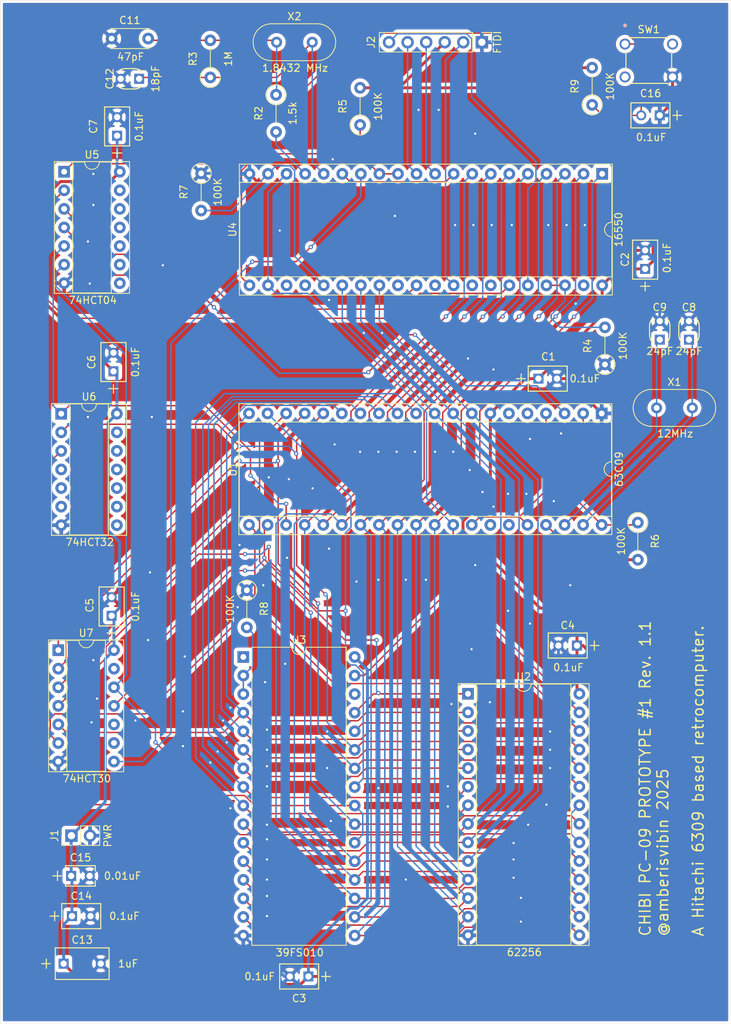
<source format=kicad_pcb>
(kicad_pcb (version 20241229) (generator "pcbnew") (generator_version "9.0")
  (layers (0 "F.Cu" signal) (2 "B.Cu" signal) (5 "F.SilkS" user "F.Silkscreen") (7 "B.SilkS" user "B.Silkscreen") (1 "F.Mask" user) (3 "B.Mask" user) (25 "Edge.Cuts" user))
  (net 0 "")
  (net 1 "+5V")
  (net 2 "GND")
  (net 3 "Net-(U1-XTAL)")
  (net 4 "Net-(U1-EXTAL)")
  (net 5 "Net-(C11-Pad1)")
  (net 7 "/RX")
  (net 8 "/RTS")
  (net 9 "/TX")
  (net 10 "/CTS")
  (net 11 "/D7")
  (net 13 "/A1")
  (net 14 "/D4")
  (net 15 "/D0")
  (net 16 "/D3")
  (net 17 "/A12")
  (net 18 "/A5")
  (net 19 "/A3")
  (net 20 "/A15")
  (net 21 "/A6")
  (net 23 "/D5")
  (net 24 "/D2")
  (net 25 "/A11")
  (net 26 "/A2")
  (net 27 "/R{slash}!W")
  (net 28 "/A7")
  (net 30 "/!RESET")
  (net 31 "/A10")
  (net 32 "/A14")
  (net 33 "/D1")
  (net 34 "/A0")
  (net 35 "/D6")
  (net 36 "/A9")
  (net 37 "/A4")
  (net 38 "/A13")
  (net 40 "Net-(U2-~{CS})")
  (net 41 "/!A15")
  (net 43 "Net-(U4-RCLK)")
  (net 44 "Net-(U4-XOUT)")
  (net 46 "Net-(U4-XIN)")
  (net 47 "Net-(U4-INTR)")
  (net 52 "Net-(U4-~{CS2})")
  (net 53 "Net-(U4-MR)")
  (net 70 "/A8")
  (net 71 "Net-(U4-~{DCD})")
  (net 72 "Net-(U4-CS0)")
  (net 73 "Net-(U1-MRDY)")
  (net 74 "Net-(U4-WR)")
  (net 75 "Net-(U3-A15)")
  (net 78 "Net-(U1-~{IRQ})")
  (footprint "Capacitor_THT:C_Disc_D5.0mm_W2.5mm_P5.00mm" (layer "F.Cu") (at 46.5 19.5 180)
    (property "Reference" "C11")
    (property "Value" "47pF")
  )
  (footprint "Package_DIP:DIP-14_W7.62mm_Socket" (layer "F.Cu") (at 34.6 70.8)
    (property "Reference" "U6")
    (property "Value" "74HCT32")
  )
  (footprint "Custom:CAP_C320C_MR_X7R_KEM" (layer "F.Cu") (at 36.0729 139.5)
    (property "Reference" "C14")
    (property "Value" "0.1uF")
  )
  (footprint "Custom:SW_B3F-1000_OMR" (layer "F.Cu") (at 111.749998 20.249999)
    (property "Reference" "SW1")
    (property "Value" "B3F-1000")
  )
  (footprint "Resistor_THT:R_Axial_DIN0207_L6.3mm_D2.5mm_P5.08mm_Vertical" (layer "F.Cu") (at 55 24.815 90)
    (property "Reference" "R3")
    (property "Value" "1M")
  )
  (footprint "Crystal:Crystal_HC49-U_Vertical" (layer "F.Cu") (at 120.95 70 180)
    (property "Reference" "X1")
    (property "Value" "12MHz")
  )
  (footprint "Custom:CAP_C320C_MR_X7R_KEM" (layer "F.Cu") (at 41.75 65 90)
    (property "Reference" "C6")
    (property "Value" "0.1uF")
  )
  (footprint "Resistor_THT:R_Axial_DIN0207_L6.3mm_D2.5mm_P5.08mm_Vertical" (layer "F.Cu") (at 107.25 28.565 90)
    (property "Reference" "R9")
    (property "Value" "100K")
  )
  (footprint "Custom:CAP_C317_KEM" (layer "F.Cu") (at 120.5 59.4 90)
    (property "Reference" "C8")
    (property "Value" "24pF")
  )
  (footprint "Crystal:Crystal_HC49-U_Vertical" (layer "F.Cu") (at 68.95 20 180)
    (property "Reference" "X2")
    (property "Value" "1.8432 MHz")
  )
  (footprint "Package_DIP:DIP-32_W15.24mm" (layer "F.Cu") (at 59.52 104.06)
    (property "Reference" "U3")
    (property "Value" "39FS010")
  )
  (footprint "Connector_PinHeader_2.54mm:PinHeader_1x06_P2.54mm_Vertical" (layer "F.Cu") (at 92.16 20 -90)
    (property "Reference" "J2")
    (property "Value" "FTDI")
  )
  (footprint "Package_DIP:DIP-28_W15.24mm_Socket" (layer "F.Cu") (at 90.26 109.1)
    (property "Reference" "U2")
    (property "Value" "62256")
  )
  (footprint "Custom:CAP_C320C_MR_X7R_KEM" (layer "F.Cu") (at 68.4271 147.75 180)
    (property "Reference" "C3")
    (property "Value" "0.1uF")
  )
  (footprint "Package_DIP:DIP-14_W7.62mm_Socket" (layer "F.Cu") (at 35 37.71)
    (property "Reference" "U5")
    (property "Value" "74HCT04")
  )
  (footprint "Custom:CAP_C315C_MR_X7R_KEM" (layer "F.Cu") (at 35.96 134)
    (property "Reference" "C15")
    (property "Value" "0.01uF")
  )
  (footprint "Package_DIP:DIP-40_W15.24mm_Socket" (layer "F.Cu") (at 108.56 70.76 -90)
    (property "Reference" "U1")
    (property "Value" "63C09")
  )
  (footprint "Resistor_THT:R_Axial_DIN0207_L6.3mm_D2.5mm_P5.08mm_Vertical" (layer "F.Cu") (at 64 27.185 -90)
    (property "Reference" "R2")
    (property "Value" "1.5k")
  )
  (footprint "Resistor_THT:R_Axial_DIN0207_L6.3mm_D2.5mm_P5.08mm_Vertical" (layer "F.Cu") (at 109 64.065 90)
    (property "Reference" "R4")
    (property "Value" "100K")
  )
  (footprint "Custom:CAP_C320C_MR_X7R_KEM" (layer "F.Cu") (at 42.25 32.782 90)
    (property "Reference" "C7")
    (property "Value" "0.1uF")
  )
  (footprint "Custom:CAP_C320C_MR_X7R_KEM" (layer "F.Cu") (at 114.5 51 90)
    (property "Reference" "C2")
    (property "Value" "0.1uF")
  )
  (footprint "Resistor_THT:R_Axial_DIN0207_L6.3mm_D2.5mm_P5.08mm_Vertical" (layer "F.Cu") (at 60 94.935 -90)
    (property "Reference" "R8")
    (property "Value" "100K")
  )
  (footprint "Resistor_THT:R_Axial_DIN0207_L6.3mm_D2.5mm_P5.08mm_Vertical" (layer "F.Cu") (at 53.75 37.935 -90)
    (property "Reference" "R7")
    (property "Value" "100K")
  )
  (footprint "Custom:CAP_C317_KEM" (layer "F.Cu") (at 116.5 59.4 90)
    (property "Reference" "C9")
    (property "Value" "24pF")
  )
  (footprint "Custom:CAP_C330C_MR_X7R_KEM" (layer "F.Cu") (at 34.9299 146)
    (property "Reference" "C13")
    (property "Value" "1uF")
  )
  (footprint "Custom:CAP_C320C_MR_X7R_KEM" (layer "F.Cu") (at 41.5 98.4271 90)
    (property "Reference" "C5")
    (property "Value" "0.1uF")
  )
  (footprint "Custom:CAP_C317_KEM" (layer "F.Cu") (at 44 25 180)
    (property "Reference" "C12")
    (property "Value" "18pF")
  )
  (footprint "Connector_PinHeader_2.54mm:PinHeader_1x02_P2.54mm_Vertical" (layer "F.Cu") (at 36 128.5 90)
    (property "Reference" "J1")
    (property "Value" "PWR")
  )
  (footprint "Package_DIP:DIP-14_W7.62mm_Socket" (layer "F.Cu") (at 34.2 103.125)
    (property "Reference" "U7")
    (property "Value" "74HCT30")
  )
  (footprint "Custom:CAP_C320C_MR_X7R_KEM" (layer "F.Cu") (at 116.5 30 180)
    (property "Reference" "C16")
    (property "Value" "0.1uF")
  )
  (footprint "Custom:CAP_C320C_MR_X7R_KEM" (layer "F.Cu") (at 105.1771 102.5 180)
    (property "Reference" "C4")
    (property "Value" "0.1uF")
  )
  (footprint "Custom:CAP_C320C_MR_X7R_KEM" (layer "F.Cu") (at 99.9 66)
    (property "Reference" "C1")
    (property "Value" "0.1uF")
  )
  (footprint "Package_DIP:DIP-40_W15.24mm_Socket" (layer "F.Cu") (at 108.62 38 -90)
    (property "Reference" "U4")
    (property "Value" "16550")
  )
  (footprint "Resistor_THT:R_Axial_DIN0207_L6.3mm_D2.5mm_P5.08mm_Vertical" (layer "F.Cu") (at 75.5 31.315 90)
    (property "Reference" "R5")
    (property "Value" "100K")
  )
  (footprint "Resistor_THT:R_Axial_DIN0207_L6.3mm_D2.5mm_P5.08mm_Vertical" (layer "F.Cu") (at 113.5 85.685 -90)
    (property "Reference" "R6")
    (property "Value" "100K")
  )
  (gr_rect (start 26.25 14.25) (end 126.25 154.25) (stroke (width 0.05)) (fill no) (layer "Edge.Cuts"))
  (gr_text "74HCT30" (at 38.1029 120.695 0) (layer "F.SilkS") (effects (font (size 1 1))))
  (gr_text "74HCT04" (at 38.9029 55.28 0) (layer "F.SilkS") (effects (font (size 1 1))))
  (gr_text "100K" (at 109.7129 26.025 90) (layer "F.SilkS") (effects (font (size 1 1))))
  (gr_text "0.1uF" (at 61.75 147.75 0) (layer "F.SilkS") (effects (font (size 1 1))))
  (gr_text "100K" (at 56.0271 40.475 90) (layer "F.SilkS") (effects (font (size 1 1))))
  (gr_text "47pF" (at 44.0929 22 0) (layer "F.SilkS") (effects (font (size 1 1))))
  (gr_text "100K" (at 57.7229 97.475 90) (layer "F.SilkS") (effects (font (size 1 1))))
  (gr_text "0.1uF" (at 44.75 97.1571 90) (layer "F.SilkS") (effects (font (size 1 1))))
  (gr_text "PWR" (at 40.9629 128.5 90) (layer "F.SilkS") (effects (font (size 1 1))))
  (gr_text "0.1uF" (at 104 105.5 0) (layer "F.SilkS") (effects (font (size 1 1))))
  (gr_text "24pF" (at 120.5 62.25 0) (layer "F.SilkS") (effects (font (size 1 1))))
  (gr_text "0.1uF" (at 43.25 139.5 0) (layer "F.SilkS") (effects (font (size 1 1))))
  (gr_text "12MHz" (at 118.6029 73.525 0) (layer "F.SilkS") (effects (font (size 1 1))))
  (gr_text "24pF" (at 116.5 62.25 0) (layer "F.SilkS") (effects (font (size 1 1))))
  (gr_text "16550" (at 110.8771 45.62 90) (layer "F.SilkS") (effects (font (size 1 1))))
  (gr_text "100K" (at 111.2229 88.225 90) (layer "F.SilkS") (effects (font (size 1 1))))
  (gr_text "0.1uF" (at 44.75 63.73 90) (layer "F.SilkS") (effects (font (size 1 1))))
  (gr_text "0.1uF" (at 106.25 66 0) (layer "F.SilkS") (effects (font (size 1 1))))
  (gr_text "62256" (at 97.9729 144.45 0) (layer "F.SilkS") (effects (font (size 1 1))))
  (gr_text "100K" (at 77.9629 28.775 90) (layer "F.SilkS") (effects (font (size 1 1))))
  (gr_text "0.1uF" (at 117.5 49.5 90) (layer "F.SilkS") (effects (font (size 1 1))))
  (gr_text "18pF" (at 47.5 25 90) (layer "F.SilkS") (effects (font (size 1 1))))
  (gr_text "0.1uF" (at 45.25 31.5 90) (layer "F.SilkS") (effects (font (size 1 1))))
  (gr_text "1uF" (at 43.75 146 0) (layer "F.SilkS") (effects (font (size 1 1))))
  (gr_text "74HCT32" (at 38.5029 88.37 0) (layer "F.SilkS") (effects (font (size 1 1))))
  (gr_text "1.8432 MHz" (at 66.6029 23.525 0) (layer "F.SilkS") (effects (font (size 1 1))))
  (gr_text "1M" (at 57.4629 22.275 90) (layer "F.SilkS") (effects (font (size 1 1))))
  (gr_text "0.1uF" (at 115.3229 33 0) (layer "F.SilkS") (effects (font (size 1 1))))
  (gr_text "100K" (at 111.4629 61.525 90) (layer "F.SilkS") (effects (font (size 1 1))))
  (gr_text "39FS010" (at 67.2329 144.49 0) (layer "F.SilkS") (effects (font (size 1 1))))
  (gr_text "0.01uF" (at 43 134 0) (layer "F.SilkS") (effects (font (size 1 1))))
  (gr_text "FTDI" (at 94.2771 20 90) (layer "F.SilkS") (effects (font (size 1 1))))
  (gr_text "1.5k" (at 66.2771 29.725 90) (layer "F.SilkS") (effects (font (size 1 1))))
  (gr_text "63C09" (at 110.9371 78.38 90) (layer "F.SilkS") (effects (font (size 1 1))))
  (gr_text_box "CHIBI PC-09 PROTOTYPE #1 Rev. 1.1\n@amberisvibin 2025\n\nA Hitachi 6309 based retrocomputer." (start 112.5 94.4968) (end 124.5 143.51) (margins 1.125 1.125 1.125 1.125) (angle 90) (layer "F.SilkS") (effects (font (size 1.5 1.5) (thickness 0.2)) (justify left top)) (border no))
  (segment (start 111.8079 90.765) (end 105.1771 97.3958) (width 0.4) (layer "F.Cu") (net 1))
  (segment (start 106 147.75) (end 108.75 145) (width 0.4) (layer "F.Cu") (net 1))
  (segment (start 108.75 105.25) (end 106 102.5) (width 0.4) (layer "F.Cu") (net 1))
  (segment (start 115.5858 49.9142) (end 115.5858 40.3358) (width 0.4) (layer "F.Cu") (net 1))
  (segment (start 34.9299 146) (end 37.7657 148.8358) (width 0.4) (layer "F.Cu") (net 1))
  (segment (start 114.5 51) (end 115.5858 49.9142) (width 0.4) (layer "F.Cu") (net 1))
  (segment (start 101.5 26.25) (end 101.485 26.235) (width 0.4) (layer "F.Cu") (net 1))
  (segment (start 105.1771 102.5) (end 105.1771 108.7771) (width 0.4) (layer "F.Cu") (net 1))
  (segment (start 75.5 26.235) (end 80.845 26.235) (width 0.4) (layer "F.Cu") (net 1))
  (segment (start 30.573 42.979943) (end 34.502943 39.05) (width 0.4) (layer "F.Cu") (net 1))
  (segment (start 34.502943 39.05) (end 41.28 39.05) (width 0.4) (layer "F.Cu") (net 1))
  (segment (start 89.58 86.83) (end 100.1458 97.3958) (width 0.4) (layer "F.Cu") (net 1))
  (segment (start 68.4271 147.75) (end 106 147.75) (width 0.4) (layer "F.Cu") (net 1))
  (segment (start 108.75 145) (end 108.75 105.25) (width 0.4) (layer "F.Cu") (net 1))
  (segment (start 41.75 65) (end 30.573 53.823) (width 0.4) (layer "F.Cu") (net 1))
  (segment (start 114.5 51) (end 110.86 51) (width 0.4) (layer "F.Cu") (net 1))
  (segment (start 30.573 53.823) (end 30.573 42.979943) (width 0.4) (layer "F.Cu") (net 1))
  (segment (start 101.485 26.235) (end 80.845 26.235) (width 0.4) (layer "F.Cu") (net 1))
  (segment (start 98.08 66) (end 93.32 70.76) (width 0.4) (layer "F.Cu") (net 1))
  (segment (start 104.265 23.485) (end 101.5 26.25) (width 0.4) (layer "F.Cu") (net 1))
  (segment (start 105.1771 97.3958) (end 105.1771 102.5) (width 0.4) (layer "F.Cu") (net 1))
  (segment (start 93.32 81.762943) (end 89.58 85.502943) (width 0.4) (layer "F.Cu") (net 1))
  (segment (start 100.1458 97.3958) (end 105.1771 97.3958) (width 0.4) (layer "F.Cu") (net 1))
  (segment (start 89.58 85.502943) (end 89.58 86.83) (width 0.4) (layer "F.Cu") (net 1))
  (segment (start 110.86 51) (end 108.62 53.24) (width 0.4) (layer "F.Cu") (net 1))
  (segment (start 108.62 53.24) (end 108.62 57.28) (width 0.4) (layer "F.Cu") (net 1))
  (segment (start 105.1771 108.7771) (end 105.5 109.1) (width 0.4) (layer "F.Cu") (net 1))
  (segment (start 99.9 66) (end 98.08 66) (width 0.4) (layer "F.Cu") (net 1))
  (segment (start 37.7657 148.8358) (end 67.3413 148.8358) (width 0.4) (layer "F.Cu") (net 1))
  (segment (start 107.25 23.485) (end 104.265 23.485) (width 0.4) (layer "F.Cu") (net 1))
  (segment (start 41.28 39.05) (end 42.62 37.71) (width 0.4) (layer "F.Cu") (net 1))
  (segment (start 108.62 57.28) (end 99.9 66) (width 0.4) (layer "F.Cu") (net 1))
  (segment (start 67.3413 148.8358) (end 68.4271 147.75) (width 0.4) (layer "F.Cu") (net 1))
  (segment (start 80.845 26.235) (end 87.08 20) (width 0.4) (layer "F.Cu") (net 1))
  (segment (start 113.5 90.765) (end 111.8079 90.765) (width 0.4) (layer "F.Cu") (net 1))
  (segment (start 93.32 70.76) (end 93.32 81.762943) (width 0.4) (layer "F.Cu") (net 1))
  (segment (start 106 102.5) (end 105.1771 102.5) (width 0.4) (layer "F.Cu") (net 1))
  (segment (start 115.5858 40.3358) (end 101.5 26.25) (width 0.4) (layer "F.Cu") (net 1))
  (segment (start 76.5 105.75) (end 76.5 137.037057) (width 0.4) (layer "B.Cu") (net 1))
  (segment (start 41.82 103.125) (end 40.62 104.325) (width 0.4) (layer "B.Cu") (net 1))
  (segment (start 34.9299 146) (end 34.9299 140.643) (width 0.4) (layer "B.Cu") (net 1))
  (segment (start 42.5858 88.3358) (end 41.02 86.77) (width 0.4) (layer "B.Cu") (net 1))
  (segment (start 76.25 105.55) (end 76.3 105.55) (width 0.4) (layer "B.Cu") (net 1))
  (segment (start 42.22 70.8) (end 42.22 65.47) (width 0.4) (layer "B.Cu") (net 1))
  (segment (start 35.96 134) (end 35.96 128.54) (width 0.4) (layer "B.Cu") (net 1))
  (segment (start 36.0729 134.1129) (end 35.96 134) (width 0.4) (layer "B.Cu") (net 1))
  (segment (start 41.5 98.4271) (end 42.5858 97.3413) (width 0.4) (layer "B.Cu") (net 1))
  (segment (start 74.76 104.06) (end 76.25 105.55) (width 0.4) (layer "B.Cu") (net 1))
  (segment (start 74.08 138.42) (end 68.4271 144.0729) (width 0.4) (layer "B.Cu") (net 1))
  (segment (start 40.62 104.325) (end 40.62 123.88) (width 0.4) (layer "B.Cu") (net 1))
  (segment (start 41.82 103.125) (end 41.82 98.7471) (width 0.4) (layer "B.Cu") (net 1))
  (segment (start 42.5858 97.3413) (end 42.5858 88.3358) (width 0.4) (layer "B.Cu") (net 1))
  (segment (start 40.62 123.88) (end 36 128.5) (width 0.4) (layer "B.Cu") (net 1))
  (segment (start 34.9299 140.643) (end 36.0729 139.5) (width 0.4) (layer "B.Cu") (net 1))
  (segment (start 42.22 65.47) (end 41.75 65) (width 0.4) (layer "B.Cu") (net 1))
  (segment (start 42.25 32.782) (end 42.25 37.34) (width 0.4) (layer "B.Cu") (net 1))
  (segment (start 41.02 72) (end 42.22 70.8) (width 0.4) (layer "B.Cu") (net 1))
  (segment (start 41.82 98.7471) (end 41.5 98.4271) (width 0.4) (layer "B.Cu") (net 1))
  (segment (start 76.3 105.55) (end 76.5 105.75) (width 0.4) (layer "B.Cu") (net 1))
  (segment (start 68.4271 144.0729) (end 68.4271 147.75) (width 0.4) (layer "B.Cu") (net 1))
  (segment (start 36.0729 139.5) (end 36.0729 134.1129) (width 0.4) (layer "B.Cu") (net 1))
  (segment (start 42.25 37.34) (end 42.62 37.71) (width 0.2) (layer "B.Cu") (net 1))
  (segment (start 75.117057 138.42) (end 74.08 138.42) (width 0.4) (layer "B.Cu") (net 1))
  (segment (start 41.02 86.77) (end 41.02 72) (width 0.4) (layer "B.Cu") (net 1))
  (segment (start 35.96 128.54) (end 36 128.5) (width 0.4) (layer "B.Cu") (net 1))
  (segment (start 76.5 137.037057) (end 75.117057 138.42) (width 0.4) (layer "B.Cu") (net 1))
  (segment (start 118.25 28.25) (end 116.5 30) (width 0.4) (layer "F.Cu") (net 2))
  (segment (start 118.25 24.75) (end 118.25 28.25) (width 0.4) (layer "F.Cu") (net 2))
  (segment (start 103.8 66) (end 108.56 70.76) (width 0.4) (layer "F.Cu") (net 2))
  (segment (start 114.5 48.46) (end 70.82 48.46) (width 0.4) (layer "F.Cu") (net 2))
  (segment (start 70.82 48.46) (end 60.36 38) (width 0.4) (layer "F.Cu") (net 2))
  (segment (start 102.44 66) (end 103.8 66) (width 0.4) (layer "F.Cu") (net 2))
  (via (at 88.5 45) (size 0.6) (drill 0.3) (layers "F.Cu" "B.Cu") (net 2))
  (via (at 78 93.5) (size 0.6) (drill 0.3) (layers "F.Cu" "B.Cu") (net 2))
  (via (at 103.75 45) (size 0.6) (drill 0.3) (layers "F.Cu" "B.Cu") (net 2))
  (via (at 51.25 111.5) (size 0.6) (drill 0.3) (layers "F.Cu" "B.Cu") (net 2))
  (via (at 106.25 45) (size 0.6) (drill 0.3) (layers "F.Cu" "B.Cu") (net 2))
  (via (at 78 76) (size 0.6) (drill 0.3) (layers "F.Cu" "B.Cu") (net 2))
  (via (at 69 81) (size 0.6) (drill 0.3) (layers "F.Cu" "B.Cu") (net 2))
  (via (at 105 55.75) (size 0.6) (drill 0.3) (layers "F.Cu" "B.Cu") (net 2))
  (via (at 56 117) (size 0.6) (drill 0.3) (layers "F.Cu" "B.Cu") (net 2))
  (via (at 71.25 89.25) (size 0.6) (drill 0.3) (layers "F.Cu" "B.Cu") (net 2))
  (via (at 102 82.75) (size 0.6) (drill 0.3) (layers "F.Cu" "B.Cu") (net 2))
  (via (at 97.5 137) (size 0.6) (drill 0.3) (layers "F.Cu" "B.Cu") (net 2))
  (via (at 38.75 113) (size 0.6) (drill 0.3) (layers "F.Cu" "B.Cu") (net 2))
  (via (at 96.5 129.5) (size 0.6) (drill 0.3) (layers "F.Cu" "B.Cu") (net 2))
  (via (at 75.5 76) (size 0.6) (drill 0.3) (layers "F.Cu" "B.Cu") (net 2))
  (via (at 92.25 81.5) (size 0.6) (drill 0.3) (layers "F.Cu" "B.Cu") (net 2))
  (via (at 76 59.75) (size 0.6) (drill 0.3) (layers "F.Cu" "B.Cu") (net 2))
  (via (at 65.75 79.75) (size 0.6) (drill 0.3) (layers "F.Cu" "B.Cu") (net 2))
  (via (at 62.75 127) (size 0.6) (drill 0.3) (layers "F.Cu" "B.Cu") (net 2))
  (via (at 91 45) (size 0.6) (drill 0.3) (layers "F.Cu" "B.Cu") (net 2))
  (via (at 55 118.5) (size 0.6) (drill 0.3) (layers "F.Cu" "B.Cu") (net 2))
  (via (at 96.5 134.25) (size 0.6) (drill 0.3) (layers "F.Cu" "B.Cu") (net 2))
  (via (at 87.5 124.5) (size 0.6) (drill 0.3) (layers "F.Cu" "B.Cu") (net 2))
  (via (at 58.75 97.25) (size 0.6) (drill 0.3) (layers "F.Cu" "B.Cu") (net 2))
  (via (at 101.5 114.25) (size 0.6) (drill 0.3) (layers "F.Cu" "B.Cu") (net 2))
  (via (at 62.75 114) (size 0.6) (drill 0.3) (layers "F.Cu" "B.Cu") (net 2))
  (via (at 75 93.75) (size 0.6) (drill 0.3) (layers "F.Cu" "B.Cu") (net 2))
  (via (at 78.5 59.75) (size 0.6) (drill 0.3) (layers "F.Cu" "B.Cu") (net 2))
  (via (at 98.75 74.25) (size 0.6) (drill 0.3) (layers "F.Cu" "B.Cu") (net 2))
  (via (at 72 75) (size 0.6) (drill 0.3) (layers "F.Cu" "B.Cu") (net 2))
  (via (at 39 42.25) (size 0.6) (drill 0.3) (layers "F.Cu" "B.Cu") (net 2))
  (via (at 91.25 32.5) (size 0.6) (drill 0.3) (layers "F.Cu" "B.Cu") (net 2))
  (via (at 83.5 29.25) (size 0.6) (drill 0.3) (layers "F.Cu" "B.Cu") (net 2))
  (via (at 80.25 43.75) (size 0.6) (drill 0.3) (layers "F.Cu" "B.Cu") (net 2))
  (via (at 101.5 116.75) (size 0.6) (drill 0.3) (layers "F.Cu" "B.Cu") (net 2))
  (via (at 62.75 121.75) (size 0.6) (drill 0.3) (layers "F.Cu" "B.Cu") (net 2))
  (via (at 62.75 136.75) (size 0.6) (drill 0.3) (layers "F.Cu" "B.Cu") (net 2))
  (via (at 103 73.5) (size 0.6) (drill 0.3) (layers "F.Cu" "B.Cu") (net 2))
  (via (at 97.5 140.25) (size 0.6) (drill 0.3) (layers "F.Cu" "B.Cu") (net 2))
  (via (at 38.25 71.25) (size 0.6) (drill 0.3) (layers "F.Cu" "B.Cu") (net 2))
  (via (at 71 129.5) (size 0.6) (drill 0.3) (layers "F.Cu" "B.Cu") (net 2))
  (via (at 101.5 119.25) (size 0.6) (drill 0.3) (layers "F.Cu" "B.Cu") (net 2))
  (via (at 62.75 129) (size 0.6) (drill 0.3) (layers "F.Cu" "B.Cu") (net 2))
  (via (at 71.75 36) (size 0.6) (drill 0.3) (layers "F.Cu" "B.Cu") (net 2))
  (via (at 96.5 131.75) (size 0.6) (drill 0.3) (layers "F.Cu" "B.Cu") (net 2))
  (via (at 87.5 121.75) (size 0.6) (drill 0.3) (layers "F.Cu" "B.Cu") (net 2))
  (via (at 88 110.5) (size 0.6) (drill 0.3) (layers "F.Cu" "B.Cu") (net 2))
  (via (at 39 104.5) (size 0.6) (drill 0.3) (layers "F.Cu" "B.Cu") (net 2))
  (via (at 85.75 76) (size 0.6) (drill 0.3) (layers "F.Cu" "B.Cu") (net 2))
  (via (at 57.75 124.75) (size 0.6) (drill 0.3) (layers "F.Cu" "B.Cu") (net 2))
  (via (at 83 76) (size 0.6) (drill 0.3) (layers "F.Cu" "B.Cu") (net 2))
  (via (at 71.5 126.5) (size 0.6) (drill 0.3) (layers "F.Cu" "B.Cu") (net 2))
  (via (at 90.5 78.5) (size 0.6) (drill 0.3) (layers "F.Cu" "B.Cu") (net 2))
  (via (at 65.25 105) (size 0.6) (drill 0.3) (layers "F.Cu" "B.Cu") (net 2))
  (via (at 71 114.25) (size 0.6) (drill 0.3) (layers "F.Cu" "B.Cu") (net 2))
  (via (at 95.75 97.75) (size 0.6) (drill 0.3) (layers "F.Cu" "B.Cu") (net 2))
  (via (at 93.75 83.5) (size 0.6) (drill 0.3) (layers "F.Cu" "B.Cu") (net 2))
  (via (at 86.25 29.25) (size 0.6) (drill 0.3) (layers "F.Cu" "B.Cu") (net 2))
  (via (at 101.25 45) (size 0.6) (drill 0.3) (layers "F.Cu" "B.Cu") (net 2))
  (via (at 88.25 76) (size 0.6) (drill 0.3) (layers "F.Cu" "B.Cu") (net 2))
  (via (at 84.5 93.5) (size 0.6) (drill 0.3) (layers "F.Cu" "B.Cu") (net 2))
  (via (at 91.25 91.5) (size 0.6) (drill 0.3) (layers "F.Cu" "B.Cu") (net 2))
  (via (at 62.25 94.25) (size 0.6) (drill 0.3) (layers "F.Cu" "B.Cu") (net 2))
  (via (at 93.25 110.25) (size 0.6) (drill 0.3) (layers "F.Cu" "B.Cu") (net 2))
  (via (at 62.75 134.5) (size 0.6) (drill 0.3) (layers "F.Cu" "B.Cu") (net 2))
  (via (at 63 79.5) (size 0.6) (drill 0.3) (layers "F.Cu" "B.Cu") (net 2))
  (via (at 78 122) (size 0.6) (drill 0.3) (layers "F.Cu" "B.Cu") (net 2))
  (via (at 101 124.25) (size 0.6) (drill 0.3) (layers "F.Cu" "B.Cu") (net 2))
  (via (at 81.75 93.5) (size 0.6) (drill 0.3) (layers "F.Cu" "B.Cu") (net 2))
  (via (at 38.5 53) (size 0.6) (drill 0.3) (layers "F.Cu" "B.Cu") (net 2))
  (via (at 95.75 81.75) (size 0.6) (drill 0.3) (layers "F.Cu" "B.Cu") (net 2))
  (via (at 104.25 94.25) (size 0.6) (drill 0.3) (layers "F.Cu" "B.Cu") (net 2))
  (via (at 51.25 116.25) (size 0.6) (drill 0.3) (layers "F.Cu" "B.Cu") (net 2))
  (via (at 62.5 107.5) (size 0.6) (drill 0.3) (layers "F.Cu" "B.Cu") (net 2))
  (via (at 62.75 139.5) (size 0.6) (drill 0.3) (layers "F.Cu" "B.Cu") (net 2))
  (via (at 39.5 109.75) (size 0.6) (drill 0.3) (layers "F.Cu" "B.Cu") (net 2))
  (via (at 81.75 134.5) (size 0.6) (drill 0.3) (layers "F.Cu" "B.Cu") (net 2))
  (via (at 71 119.25) (size 0.6) (drill 0.3) (layers "F.Cu" "B.Cu") (net 2))
  (via (at 51.5 104) (size 0.6) (drill 0.3) (layers "F.Cu" "B.Cu") (net 2))
  (via (at 59 88.75) (size 0.6) (drill 0.3) (layers "F.Cu" "B.Cu") (net 2))
  (via (at 57.25 115.75) (size 0.6) (drill 0.3) (layers "F.Cu" "B.Cu") (net 2))
  (via (at 93.75 64.75) (size 0.6) (drill 0.3) (layers "F.Cu" "B.Cu") (net 2))
  (via (at 46.5 101.75) (size 0.6) (drill 0.3) (layers "F.Cu" "B.Cu") (net 2))
  (via (at 98.75 99.5) (size 0.6) (drill 0.3) (layers "F.Cu" "B.Cu") (net 2))
  (via (at 38.25 47.25) (size 0.6) (drill 0.3) (layers "F.Cu" "B.Cu") (net 2))
  (via (at 46.75 92.5) (size 0.6) (drill 0.3) (layers "F.Cu" "B.Cu") (net 2))
  (via (at 98.25 81.75) (size 0.6) (drill 0.3) (layers "F.Cu" "B.Cu") (net 2))
  (via (at 62.75 116.75) (size 0.6) (drill 0.3) (layers "F.Cu" "B.Cu") (net 2))
  (via (at 39 38) (size 0.6) (drill 0.3) (layers "F.Cu" "B.Cu") (net 2))
  (via (at 80.5 76) (size 0.6) (drill 0.3) (layers "F.Cu" "B.Cu") (net 2))
  (via (at 62.75 119) (size 0.6) (drill 0.3) (layers "F.Cu" "B.Cu") (net 2))
  (via (at 96.25 45) (size 0.6) (drill 0.3) (layers "F.Cu" "B.Cu") (net 2))
  (via (at 98.5 127) (size 0.6) (drill 0.3) (layers "F.Cu" "B.Cu") (net 2))
  (via (at 90.25 63.25) (size 0.6) (drill 0.3) (layers "F.Cu" "B.Cu") (net 2))
  (via (at 57.75 111) (size 0.6) (drill 0.3) (layers "F.Cu" "B.Cu") (net 2))
  (via (at 71.25 55.25) (size 0.6) (drill 0.3) (layers "F.Cu" "B.Cu") (net 2))
  (via (at 64.5 45.75) (size 0.6) (drill 0.3) (layers "F.Cu" "B.Cu") (net 2))
  (via (at 47 71.25) (size 0.6) (drill 0.3) (layers "F.Cu" "B.Cu") (net 2))
  (via (at 93.5 45) (size 0.6) (drill 0.3) (layers "F.Cu" "B.Cu") (net 2))
  (via (at 65.5 90.5) (size 0.6) (drill 0.3) (layers "F.Cu" "B.Cu") (net 2))
  (via (at 62.75 131.75) (size 0.6) (drill 0.3) (layers "F.Cu" "B.Cu") (net 2))
  (via (at 90.75 103) (size 0.6) (drill 0.3) (layers "F.Cu" "B.Cu") (net 2))
  (via (at 56.75 112.75) (size 0.6) (drill 0.3) (layers "F.Cu" "B.Cu") (net 2))
  (via (at 48.5 50.5) (size 0.6) (drill 0.3) (layers "F.Cu" "B.Cu") (net 2))
  (via (at 44.75 112.75) (size 0.6) (drill 0.3) (layers "F.Cu" "B.Cu") (net 2))
  (segment (start 114.5 48.46) (end 116.5 50.46) (width 0.4) (layer "B.Cu") (net 2))
  (segment (start 41.5 95.8871) (end 38 99.3871) (width 0.4) (layer "B.Cu") (net 2))
  (segment (start 38.25 65.96) (end 41.75 62.46) (width 0.4) (layer "B.Cu") (net 2))
  (segment (start 90.26 142.12) (end 102.25 130.13) (width 0.4) (layer "B.Cu") (net 2))
  (segment (start 38.25 34.242) (end 42.25 30.242) (width 0.4) (layer "B.Cu") (net 2))
  (segment (start 59.52 142.16) (end 65.11 147.75) (width 0.4) (layer "B.Cu") (net 2))
  (segment (start 53.75 37.935) (end 60.295 37.935) (width 0.4) (layer "B.Cu") (net 2))
  (segment (start 38.25 49.7) (end 38.25 47.25) (width 0.4) (layer "B.Cu") (net 2))
  (segment (start 102.6371 102.5) (end 102.6371 104.8629) (width 0.4) (layer "B.Cu") (net 2))
  (segment (start 116.5 50.46) (end 116.5 58.13) (width 0.4) (layer "B.Cu") (net 2))
  (segment (start 38.25 47.25) (end 38.25 34.242) (width 0.4) (layer "B.Cu") (net 2))
  (segment (start 38 114.565) (end 34.2 118.365) (width 0.4) (layer "B.Cu") (net 2))
  (segment (start 65.11 147.75) (end 65.8871 147.75) (width 0.2) (layer "B.Cu") (net 2))
  (segment (start 60.295 37.935) (end 60.36 38) (width 0.4) (layer "B.Cu") (net 2))
  (segment (start 102.25 130.13) (end 102.25 105.25) (width 0.4) (layer "B.Cu") (net 2))
  (segment (start 38.25 71) (end 38.25 65.96) (width 0.4) (layer "B.Cu") (net 2))
  (segment (start 38.25 71.25) (end 38.25 71) (width 0.4) (layer "B.Cu") (net 2))
  (segment (start 35 52.95) (end 38.25 49.7) (width 0.4) (layer "B.Cu") (net 2))
  (segment (start 102.6371 104.8629) (end 102.25 105.25) (width 0.4) (layer "B.Cu") (net 2))
  (segment (start 38 99.3871) (end 38 114.565) (width 0.4) (layer "B.Cu") (net 2))
  (segment (start 34.6 86.04) (end 38.25 82.39) (width 0.4) (layer "B.Cu") (net 2))
  (segment (start 38.25 82.39) (end 38.25 71.25) (width 0.4) (layer "B.Cu") (net 2))
  (segment (start 106.02 86) (end 120.95 71.07) (width 0.2) (layer "B.Cu") (net 3))
  (segment (start 120.95 61.12) (end 120.5 60.67) (width 0.2) (layer "B.Cu") (net 3))
  (segment (start 120.95 70) (end 120.95 61.12) (width 0.2) (layer "B.Cu") (net 3))
  (segment (start 120.95 71.07) (end 120.95 70) (width 0.2) (layer "B.Cu") (net 3))
  (segment (start 116.07 70) (end 116.07 61.1) (width 0.2) (layer "B.Cu") (net 4))
  (segment (start 116.07 73.41) (end 103.48 86) (width 0.2) (layer "B.Cu") (net 4))
  (segment (start 116.07 61.1) (end 116.5 60.67) (width 0.2) (layer "B.Cu") (net 4))
  (segment (start 116.07 70) (end 116.07 73.41) (width 0.2) (layer "B.Cu") (net 4))
  (segment (start 46.735 19.735) (end 46.5 19.5) (width 0.2) (layer "F.Cu") (net 5))
  (segment (start 55 19.735) (end 63.805 19.735) (width 0.2) (layer "F.Cu") (net 5))
  (segment (start 63.805 19.735) (end 64.07 20) (width 0.2) (layer "F.Cu") (net 5))
  (segment (start 55 19.735) (end 46.735 19.735) (width 0.2) (layer "F.Cu") (net 5))
  (segment (start 64.07 27.115) (end 64 27.185) (width 0.2) (layer "B.Cu") (net 5))
  (segment (start 64.07 20) (end 64.07 27.115) (width 0.2) (layer "B.Cu") (net 5))
  (segment (start 82 36.78) (end 83.22 38) (width 0.2) (layer "B.Cu") (net 7))
  (segment (start 82 20) (end 82 36.78) (width 0.2) (layer "B.Cu") (net 7))
  (segment (start 90.096346 18.85) (end 90.77 19.523654) (width 0.2) (layer "B.Cu") (net 8))
  (segment (start 98.46 40.04) (end 98.46 53.24) (width 0.2) (layer "B.Cu") (net 8))
  (segment (start 99.56 38.94) (end 98.46 40.04) (width 0.2) (layer "B.Cu") (net 8))
  (segment (start 79.46 20) (end 80.61 18.85) (width 0.2) (layer "B.Cu") (net 8))
  (segment (start 90.77 27.52) (end 99.56 36.31) (width 0.2) (layer "B.Cu") (net 8))
  (segment (start 99.56 36.31) (end 99.56 38.94) (width 0.2) (layer "B.Cu") (net 8))
  (segment (start 80.61 18.85) (end 90.096346 18.85) (width 0.2) (layer "B.Cu") (net 8))
  (segment (start 90.77 19.523654) (end 90.77 27.52) (width 0.2) (layer "B.Cu") (net 8))
  (segment (start 84.54 36.78) (end 85.76 38) (width 0.2) (layer "B.Cu") (net 9))
  (segment (start 84.54 20) (end 84.54 36.78) (width 0.2) (layer "B.Cu") (net 9))
  (segment (start 88.3 53.24) (end 87.2 52.14) (width 0.2) (layer "B.Cu") (net 10))
  (segment (start 87.2 52.14) (end 87.2 22.42) (width 0.2) (layer "B.Cu") (net 10))
  (segment (start 87.2 22.42) (end 89.62 20) (width 0.2) (layer "B.Cu") (net 10))
  (segment (start 87.247182 57.497183) (end 74.25 70.494365) (width 0.2) (layer "F.Cu") (net 11))
  (segment (start 74.25 79.67) (end 67.92 86) (width 0.2) (layer "F.Cu") (net 11))
  (segment (start 75.9 130.86) (end 104.4 130.86) (width 0.2) (layer "F.Cu") (net 11))
  (segment (start 74.76 132) (end 75.9 130.86) (width 0.2) (layer "F.Cu") (net 11))
  (segment (start 87.247182 57.497182) (end 87.247182 57.497183) (width 0.2) (layer "F.Cu") (net 11))
  (segment (start 74.25 70.494365) (end 74.25 79.67) (width 0.2) (layer "F.Cu") (net 11))
  (segment (start 104.4 130.86) (end 105.5 131.96) (width 0.2) (layer "F.Cu") (net 11))
  (via (at 87.247182 57.497183) (size 0.6) (drill 0.3) (layers "F.Cu" "B.Cu") (net 11))
  (segment (start 89.74 55.004364) (end 89.74 39.1) (width 0.2) (layer "B.Cu") (net 11))
  (segment (start 87.247182 57.497182) (end 89.74 55.004364) (width 0.2) (layer "B.Cu") (net 11))
  (segment (start 89.74 39.1) (end 90.84 38) (width 0.2) (layer "B.Cu") (net 11))
  (segment (start 67.92 125.16) (end 74.76 132) (width 0.2) (layer "B.Cu") (net 11))
  (segment (start 67.92 86) (end 67.92 125.16) (width 0.2) (layer "B.Cu") (net 11))
  (segment (start 76.58 129.42) (end 90.26 129.42) (width 0.2) (layer "F.Cu") (net 13))
  (segment (start 60.62 130.56) (end 75.44 130.56) (width 0.2) (layer "F.Cu") (net 13))
  (segment (start 75.44 130.56) (end 76.58 129.42) (width 0.2) (layer "F.Cu") (net 13))
  (segment (start 59.52 129.46) (end 60.62 130.56) (width 0.2) (layer "F.Cu") (net 13))
  (segment (start 75.6 53.24) (end 75.6 58.12) (width 0.2) (layer "B.Cu") (net 13))
  (segment (start 97.25 122.43) (end 97.25 79.77) (width 0.2) (layer "B.Cu") (net 13))
  (segment (start 90.26 129.42) (end 97.25 122.43) (width 0.2) (layer "B.Cu") (net 13))
  (segment (start 97.25 79.77) (end 88.24 70.76) (width 0.2) (layer "B.Cu") (net 13))
  (segment (start 75.6 58.12) (end 88.24 70.76) (width 0.2) (layer "B.Cu") (net 13))
  (segment (start 88.664365 139.62) (end 89.804365 138.48) (width 0.2) (layer "F.Cu") (net 14))
  (segment (start 74.76 139.62) (end 88.664365 139.62) (width 0.2) (layer "F.Cu") (net 14))
  (segment (start 89.804365 138.48) (end 104.4 138.48) (width 0.2) (layer "F.Cu") (net 14))
  (segment (start 81.75 79.79) (end 75.54 86) (width 0.2) (layer "F.Cu") (net 14))
  (segment (start 94.864365 57.5) (end 81.75 70.614365) (width 0.2) (layer "F.Cu") (net 14))
  (segment (start 104.4 138.48) (end 105.5 139.58) (width 0.2) (layer "F.Cu") (net 14))
  (segment (start 81.75 70.614365) (end 81.75 79.79) (width 0.2) (layer "F.Cu") (net 14))
  (segment (start 95 57.5) (end 94.864365 57.5) (width 0.2) (layer "F.Cu") (net 14))
  (via (at 95 57.5) (size 0.6) (drill 0.3) (layers "F.Cu" "B.Cu") (net 14))
  (segment (start 97.36 55.004366) (end 97.36 39.1) (width 0.2) (layer "B.Cu") (net 14))
  (segment (start 95 57.364366) (end 97.36 55.004366) (width 0.2) (layer "B.Cu") (net 14))
  (segment (start 95 57.5) (end 95 57.364366) (width 0.2) (layer "B.Cu") (net 14))
  (segment (start 75.54 86) (end 77 87.46) (width 0.2) (layer "B.Cu") (net 14))
  (segment (start 97.36 39.1) (end 98.46 38) (width 0.2) (layer "B.Cu") (net 14))
  (segment (start 77 137.38) (end 74.76 139.62) (width 0.2) (layer "B.Cu") (net 14))
  (segment (start 77 87.46) (end 77 137.38) (width 0.2) (layer "B.Cu") (net 14))
  (segment (start 104.779264 57.529265) (end 91.88 70.428529) (width 0.2) (layer "F.Cu") (net 15))
  (segment (start 59.52 134.54) (end 60.62 135.64) (width 0.2) (layer "F.Cu") (net 15))
  (segment (start 89.12 135.64) (end 90.26 134.5) (width 0.2) (layer "F.Cu") (net 15))
  (segment (start 104.779265 57.529265) (end 104.779264 57.529265) (width 0.2) (layer "F.Cu") (net 15))
  (segment (start 91.88 79.82) (end 85.7 86) (width 0.2) (layer "F.Cu") (net 15))
  (segment (start 91.88 70.428529) (end 91.88 79.82) (width 0.2) (layer "F.Cu") (net 15))
  (segment (start 60.62 135.64) (end 89.12 135.64) (width 0.2) (layer "F.Cu") (net 15))
  (via (at 104.779265 57.529265) (size 0.6) (drill 0.3) (layers "F.Cu" "B.Cu") (net 15))
  (segment (start 85.7 86) (end 85.7 129.94) (width 0.2) (layer "B.Cu") (net 15))
  (segment (start 107.25 55.05853) (end 107.25 39.37) (width 0.2) (layer "B.Cu") (net 15))
  (segment (start 107.25 39.37) (end 108.62 38) (width 0.2) (layer "B.Cu") (net 15))
  (segment (start 85.7 129.94) (end 90.26 134.5) (width 0.2) (layer "B.Cu") (net 15))
  (segment (start 104.779265 57.529265) (end 107.25 55.05853) (width 0.2) (layer "B.Cu") (net 15))
  (segment (start 84.26 79.82) (end 78.08 86) (width 0.2) (layer "F.Cu") (net 16))
  (segment (start 74.76 142.16) (end 88.664365 142.16) (width 0.2) (layer "F.Cu") (net 16))
  (segment (start 89.804365 141.02) (end 104.4 141.02) (width 0.2) (layer "F.Cu") (net 16))
  (segment (start 84.26 70.49) (end 84.26 79.82) (width 0.2) (layer "F.Cu") (net 16))
  (segment (start 88.664365 142.16) (end 89.804365 141.02) (width 0.2) (layer "F.Cu") (net 16))
  (segment (start 104.4 141.02) (end 105.5 142.12) (width 0.2) (layer "F.Cu") (net 16))
  (segment (start 97.25 57.5) (end 84.26 70.49) (width 0.2) (layer "F.Cu") (net 16))
  (via (at 97.25 57.5) (size 0.6) (drill 0.3) (layers "F.Cu" "B.Cu") (net 16))
  (segment (start 97.25 57.5) (end 99.9 54.85) (width 0.2) (layer "B.Cu") (net 16))
  (segment (start 99.9 54.85) (end 99.9 39.1) (width 0.2) (layer "B.Cu") (net 16))
  (segment (start 78.08 86) (end 78.879999 86.799999) (width 0.2) (layer "B.Cu") (net 16))
  (segment (start 99.9 39.1) (end 101 38) (width 0.2) (layer "B.Cu") (net 16))
  (segment (start 78.879999 86.799999) (end 78.879999 138.040001) (width 0.2) (layer "B.Cu") (net 16))
  (segment (start 78.879999 138.040001) (end 74.76 142.16) (width 0.2) (layer "B.Cu") (net 16))
  (segment (start 75.215635 112.78) (end 76.355635 111.64) (width 0.2) (layer "F.Cu") (net 17))
  (segment (start 59.52 111.68) (end 60.62 112.78) (width 0.2) (layer "F.Cu") (net 17))
  (segment (start 60.62 112.78) (end 75.215635 112.78) (width 0.2) (layer "F.Cu") (net 17))
  (segment (start 76.355635 111.64) (end 90.26 111.64) (width 0.2) (layer "F.Cu") (net 17))
  (segment (start 35.3 114.385) (end 56.815 114.385) (width 0.2) (layer "F.Cu") (net 17))
  (segment (start 56.815 114.385) (end 59.52 111.68) (width 0.2) (layer "F.Cu") (net 17))
  (segment (start 34.2 113.285) (end 35.3 114.385) (width 0.2) (layer "F.Cu") (net 17))
  (segment (start 57.25 73.81) (end 60.3 70.76) (width 0.2) (layer "B.Cu") (net 17))
  (segment (start 57.25 109.41) (end 57.25 73.81) (width 0.2) (layer "B.Cu") (net 17))
  (segment (start 59.52 111.68) (end 57.25 109.41) (width 0.2) (layer "B.Cu") (net 17))
  (segment (start 75.215635 120.4) (end 76.355635 119.26) (width 0.2) (layer "F.Cu") (net 18))
  (segment (start 76.355635 119.26) (end 90.26 119.26) (width 0.2) (layer "F.Cu") (net 18))
  (segment (start 59.52 119.3) (end 60.62 120.4) (width 0.2) (layer "F.Cu") (net 18))
  (segment (start 60.62 120.4) (end 75.215635 120.4) (width 0.2) (layer "F.Cu") (net 18))
  (segment (start 59.485 119.265) (end 59.52 119.3) (width 0.2) (layer "B.Cu") (net 18))
  (segment (start 78.08 70.76) (end 76.18 68.86) (width 0.2) (layer "B.Cu") (net 18))
  (segment (start 54.75 72.25) (end 54.75 114.53) (width 0.2) (layer "B.Cu") (net 18))
  (segment (start 76.18 68.86) (end 58.14 68.86) (width 0.2) (layer "B.Cu") (net 18))
  (segment (start 58.14 68.86) (end 54.75 72.25) (width 0.2) (layer "B.Cu") (net 18))
  (segment (start 54.75 114.53) (end 59.485 119.265) (width 0.2) (layer "B.Cu") (net 18))
  (segment (start 59.52 124.38) (end 60.62 125.48) (width 0.2) (layer "F.Cu") (net 19))
  (segment (start 89.12 125.48) (end 90.26 124.34) (width 0.2) (layer "F.Cu") (net 19))
  (segment (start 60.62 125.48) (end 89.12 125.48) (width 0.2) (layer "F.Cu") (net 19))
  (segment (start 80.46 68.06) (end 56.94 68.06) (width 0.2) (layer "B.Cu") (net 19))
  (segment (start 53 117.86) (end 59.52 124.38) (width 0.2) (layer "B.Cu") (net 19))
  (segment (start 83.16 70.76) (end 80.46 68.06) (width 0.2) (layer "B.Cu") (net 19))
  (segment (start 56.94 68.06) (end 53 72) (width 0.2) (layer "B.Cu") (net 19))
  (segment (start 53 72) (end 53 117.86) (width 0.2) (layer "B.Cu") (net 19))
  (segment (start 34.6 70.8) (end 35.7 69.7) (width 0.2) (layer "F.Cu") (net 20))
  (segment (start 65.38 83.12) (end 65.38 86) (width 0.2) (layer "F.Cu") (net 20))
  (segment (start 60.5 75.901471) (end 60.5 79.25) (width 0.2) (layer "F.Cu") (net 20))
  (segment (start 54.298529 69.7) (end 60.5 75.901471) (width 0.2) (layer "F.Cu") (net 20))
  (segment (start 35.7 69.7) (end 54.298529 69.7) (width 0.2) (layer "F.Cu") (net 20))
  (via (at 65.38 83.12) (size 0.6) (drill 0.3) (layers "F.Cu" "B.Cu") (net 20))
  (via (at 60.5 79.25) (size 0.6) (drill 0.3) (layers "F.Cu" "B.Cu") (net 20))
  (segment (start 64.37 83.12) (end 60.5 79.25) (width 0.2) (layer "B.Cu") (net 20))
  (segment (start 33.5 69.7) (end 34.6 70.8) (width 0.2) (layer "B.Cu") (net 20))
  (segment (start 65.38 83.12) (end 64.37 83.12) (width 0.2) (layer "B.Cu") (net 20))
  (segment (start 33.5 49.37) (end 33.5 69.7) (width 0.2) (layer "B.Cu") (net 20))
  (segment (start 35 47.87) (end 33.5 49.37) (width 0.2) (layer "B.Cu") (net 20))
  (segment (start 60.62 117.86) (end 75.215635 117.86) (width 0.2) (layer "F.Cu") (net 21))
  (segment (start 59.52 116.76) (end 60.62 117.86) (width 0.2) (layer "F.Cu") (net 21))
  (segment (start 75.215635 117.86) (end 76.355635 116.72) (width 0.2) (layer "F.Cu") (net 21))
  (segment (start 76.355635 116.72) (end 90.26 116.72) (width 0.2) (layer "F.Cu") (net 21))
  (segment (start 55.5 112.74) (end 59.52 116.76) (width 0.2) (layer "B.Cu") (net 21))
  (segment (start 55.5 72.25) (end 55.5 112.74) (width 0.2) (layer "B.Cu") (net 21))
  (segment (start 75.54 70.76) (end 74.04 69.26) (width 0.2) (layer "B.Cu") (net 21))
  (segment (start 58.49 69.26) (end 55.5 72.25) (width 0.2) (layer "B.Cu") (net 21))
  (segment (start 74.04 69.26) (end 58.49 69.26) (width 0.2) (layer "B.Cu") (net 21))
  (segment (start 88.324365 137.08) (end 89.804365 135.6) (width 0.2) (layer "F.Cu") (net 23))
  (segment (start 92.287182 57.537183) (end 79.25 70.574365) (width 0.2) (layer "F.Cu") (net 23))
  (segment (start 79.25 79.75) (end 73 86) (width 0.2) (layer "F.Cu") (net 23))
  (segment (start 92.287183 57.537183) (end 92.287182 57.537183) (width 0.2) (layer "F.Cu") (net 23))
  (segment (start 74.76 137.08) (end 88.324365 137.08) (width 0.2) (layer "F.Cu") (net 23))
  (segment (start 89.804365 135.6) (end 104.06 135.6) (width 0.2) (layer "F.Cu") (net 23))
  (segment (start 104.06 135.6) (end 105.5 137.04) (width 0.2) (layer "F.Cu") (net 23))
  (segment (start 79.25 70.574365) (end 79.25 79.75) (width 0.2) (layer "F.Cu") (net 23))
  (via (at 92.287183 57.537183) (size 0.6) (drill 0.3) (layers "F.Cu" "B.Cu") (net 23))
  (segment (start 64 85.824365) (end 64 126.32) (width 0.2) (layer "B.Cu") (net 23))
  (segment (start 92.287183 57.537183) (end 94.82 55.004366) (width 0.2) (layer "B.Cu") (net 23))
  (segment (start 94.82 55.004366) (end 94.82 39.1) (width 0.2) (layer "B.Cu") (net 23))
  (segment (start 65.324365 84.5) (end 64 85.824365) (width 0.2) (layer "B.Cu") (net 23))
  (segment (start 71.5 84.5) (end 65.324365 84.5) (width 0.2) (layer "B.Cu") (net 23))
  (segment (start 64 126.32) (end 74.76 137.08) (width 0.2) (layer "B.Cu") (net 23))
  (segment (start 94.82 39.1) (end 95.92 38) (width 0.2) (layer "B.Cu") (net 23))
  (segment (start 73 86) (end 71.5 84.5) (width 0.2) (layer "B.Cu") (net 23))
  (segment (start 59.52 139.62) (end 60.62 140.72) (width 0.2) (layer "F.Cu") (net 24))
  (segment (start 99.972182 57.472183) (end 86.8 70.644365) (width 0.2) (layer "F.Cu") (net 24))
  (segment (start 86.8 70.644365) (end 86.8 79.82) (width 0.2) (layer "F.Cu") (net 24))
  (segment (start 86.8 79.82) (end 80.62 86) (width 0.2) (layer "F.Cu") (net 24))
  (segment (start 89.12 140.72) (end 90.26 139.58) (width 0.2) (layer "F.Cu") (net 24))
  (segment (start 99.972182 57.472182) (end 99.972182 57.472183) (width 0.2) (layer "F.Cu") (net 24))
  (segment (start 60.62 140.72) (end 89.12 140.72) (width 0.2) (layer "F.Cu") (net 24))
  (via (at 99.972182 57.472183) (size 0.6) (drill 0.3) (layers "F.Cu" "B.Cu") (net 24))
  (segment (start 99.972182 57.472182) (end 102.44 55.004364) (width 0.2) (layer "B.Cu") (net 24))
  (segment (start 80.62 129.94) (end 90.26 139.58) (width 0.2) (layer "B.Cu") (net 24))
  (segment (start 80.62 86) (end 80.62 129.94) (width 0.2) (layer "B.Cu") (net 24))
  (segment (start 102.44 55.004364) (end 102.44 39.1) (width 0.2) (layer "B.Cu") (net 24))
  (segment (start 102.44 39.1) (end 103.54 38) (width 0.2) (layer "B.Cu") (net 24))
  (segment (start 53.389365 90) (end 59.75 90) (width 0.2) (layer "F.Cu") (net 25))
  (segment (start 74.76 121.84) (end 75.9 120.7) (width 0.2) (layer "F.Cu") (net 25))
  (segment (start 104.4 120.7) (end 105.5 121.8) (width 0.2) (layer "F.Cu") (net 25))
  (segment (start 40.72 104.225) (end 40.72 102.669365) (width 0.2) (layer "F.Cu") (net 25))
  (segment (start 75.9 120.7) (end 104.4 120.7) (width 0.2) (layer "F.Cu") (net 25))
  (segment (start 63 90.848529) (end 69.901471 97.75) (width 0.2) (layer "F.Cu") (net 25))
  (segment (start 34.2 110.745) (end 40.72 104.225) (width 0.2) (layer "F.Cu") (net 25))
  (segment (start 63 89) (end 63 90.848529) (width 0.2) (layer "F.Cu") (net 25))
  (segment (start 69.901471 97.75) (end 73.5 97.75) (width 0.2) (layer "F.Cu") (net 25))
  (segment (start 40.72 102.669365) (end 53.389365 90) (width 0.2) (layer "F.Cu") (net 25))
  (via (at 73.5 97.75) (size 0.6) (drill 0.3) (layers "F.Cu" "B.Cu") (net 25))
  (via (at 63 89) (size 0.6) (drill 0.3) (layers "F.Cu" "B.Cu") (net 25))
  (via (at 59.75 90) (size 0.6) (drill 0.3) (layers "F.Cu" "B.Cu") (net 25))
  (segment (start 74.875635 105.16) (end 74.16 105.16) (width 0.2) (layer "B.Cu") (net 25))
  (segment (start 59.75 90) (end 62 90) (width 0.2) (layer "B.Cu") (net 25))
  (segment (start 74.76 121.84) (end 75.923 120.677) (width 0.2) (layer "B.Cu") (net 25))
  (segment (start 75.923 106.207365) (end 74.875635 105.16) (width 0.2) (layer "B.Cu") (net 25))
  (segment (start 73.5 97.75) (end 73.5 87.055635) (width 0.2) (layer "B.Cu") (net 25))
  (segment (start 73.5 87.055635) (end 74.25 86.305635) (width 0.2) (layer "B.Cu") (net 25))
  (segment (start 62 90) (end 63 89) (width 0.2) (layer "B.Cu") (net 25))
  (segment (start 74.25 86.305635) (end 74.25 82.17) (width 0.2) (layer "B.Cu") (net 25))
  (segment (start 74.16 105.16) (end 73.5 104.5) (width 0.2) (layer "B.Cu") (net 25))
  (segment (start 74.25 82.17) (end 62.84 70.76) (width 0.2) (layer "B.Cu") (net 25))
  (segment (start 73.5 104.5) (end 73.5 97.75) (width 0.2) (layer "B.Cu") (net 25))
  (segment (start 75.923 120.677) (end 75.923 106.207365) (width 0.2) (layer "B.Cu") (net 25))
  (segment (start 59.52 126.92) (end 60.62 128.02) (width 0.2) (layer "F.Cu") (net 26))
  (segment (start 89.12 128.02) (end 90.26 126.88) (width 0.2) (layer "F.Cu") (net 26))
  (segment (start 60.62 128.02) (end 89.12 128.02) (width 0.2) (layer "F.Cu") (net 26))
  (segment (start 73.06 53.24) (end 73.06 58.12) (width 0.2) (layer "B.Cu") (net 26))
  (segment (start 94.76 122.38) (end 90.26 126.88) (width 0.2) (layer "B.Cu") (net 26))
  (segment (start 73.06 58.12) (end 85.7 70.76) (width 0.2) (layer "B.Cu") (net 26))
  (segment (start 85.7 70.76) (end 94.76 79.82) (width 0.2) (layer "B.Cu") (net 26))
  (segment (start 94.76 79.82) (end 94.76 122.38) (width 0.2) (layer "B.Cu") (net 26))
  (segment (start 88.24 93.12) (end 88.24 94.38) (width 0.2) (layer "F.Cu") (net 27))
  (segment (start 88.24 94.38) (end 76.02 106.6) (width 0.2) (layer "F.Cu") (net 27))
  (segment (start 76.02 106.6) (end 74.76 106.6) (width 0.2) (layer "F.Cu") (net 27))
  (segment (start 88.24 94.38) (end 105.5 111.64) (width 0.2) (layer "F.Cu") (net 27))
  (segment (start 88.24 86) (end 88.24 93.12) (width 0.2) (layer "F.Cu") (net 27))
  (segment (start 62.9 53.24) (end 64 54.34) (width 0.2) (layer "B.Cu") (net 27))
  (segment (start 84.6 82.36) (end 88.24 86) (width 0.2) (layer "B.Cu") (net 27))
  (segment (start 84.6 70.644365) (end 84.6 82.36) (width 0.2) (layer "B.Cu") (net 27))
  (segment (start 64 54.34) (end 68.295635 54.34) (width 0.2) (layer "B.Cu") (net 27))
  (segment (start 62.9 53.24) (end 62.9 40.54) (width 0.2) (layer "B.Cu") (net 27))
  (segment (start 62.9 40.54) (end 65.44 38) (width 0.2) (layer "B.Cu") (net 27))
  (segment (start 68.295635 54.34) (end 84.6 70.644365) (width 0.2) (layer "B.Cu") (net 27))
  (segment (start 75.634314 115.32) (end 76.774314 114.18) (width 0.2) (layer "F.Cu") (net 28))
  (segment (start 60.62 115.32) (end 75.634314 115.32) (width 0.2) (layer "F.Cu") (net 28))
  (segment (start 76.774314 114.18) (end 90.26 114.18) (width 0.2) (layer "F.Cu") (net 28))
  (segment (start 59.52 114.22) (end 60.62 115.32) (width 0.2) (layer "F.Cu") (net 28))
  (segment (start 73 70.76) (end 71.9 69.66) (width 0.2) (layer "B.Cu") (net 28))
  (segment (start 56.5 73.004365) (end 56.5 111.2) (width 0.2) (layer "B.Cu") (net 28))
  (segment (start 71.9 69.66) (end 59.844365 69.66) (width 0.2) (layer "B.Cu") (net 28))
  (segment (start 56.5 111.2) (end 59.52 114.22) (width 0.2) (layer "B.Cu") (net 28))
  (segment (start 59.844365 69.66) (end 56.5 73.004365) (width 0.2) (layer "B.Cu") (net 28))
  (segment (start 111.749998 20.249999) (end 113.499999 20.249999) (width 0.2) (layer "F.Cu") (net 30))
  (segment (start 113.5 88.75) (end 103.69 88.75) (width 0.2) (layer "F.Cu") (net 30))
  (segment (start 108.685 30) (end 107.25 28.565) (width 0.2) (layer "F.Cu") (net 30))
  (segment (start 57.64 36.61) (end 75.5 18.75) (width 0.2) (layer "F.Cu") (net 30))
  (segment (start 113.96 30) (end 108.685 30) (width 0.2) (layer "F.Cu") (net 30))
  (segment (start 75.5 18.75) (end 112 18.75) (width 0.2) (layer "F.Cu") (net 30))
  (segment (start 108.685 30) (end 123.5 44.815) (width 0.2) (layer "F.Cu") (net 30))
  (segment (start 113.96 20.71) (end 113.96 30) (width 0.2) (layer "F.Cu") (net 30))
  (segment (start 103.69 88.75) (end 100.94 86) (width 0.2) (layer "F.Cu") (net 30))
  (segment (start 112 18.75) (end 113.96 20.71) (width 0.2) (layer "F.Cu") (net 30))
  (segment (start 113.499999 20.249999) (end 113.96 20.71) (width 0.2) (layer "F.Cu") (net 30))
  (segment (start 35 37.71) (end 36.1 36.61) (width 0.2) (layer "F.Cu") (net 30))
  (segment (start 123.5 78.75) (end 113.5 88.75) (width 0.2) (layer "F.Cu") (net 30))
  (segment (start 123.5 44.815) (end 123.5 78.75) (width 0.2) (layer "F.Cu") (net 30))
  (segment (start 36.1 36.61) (end 57.64 36.61) (width 0.2) (layer "F.Cu") (net 30))
  (segment (start 61.74 74.4) (end 61.74 79) (width 0.2) (layer "F.Cu") (net 31))
  (segment (start 61.74 90.99) (end 68.25 97.5) (width 0.2) (layer "F.Cu") (net 31))
  (segment (start 61.74 80.665) (end 61.74 79) (width 0.2) (layer "F.Cu") (net 31))
  (segment (start 68.25 97.5) (end 68.75 98) (width 0.2) (layer "F.Cu") (net 31))
  (segment (start 88.58 126.92) (end 74.76 126.92) (width 0.2) (layer "F.Cu") (net 31))
  (segment (start 104.4 125.78) (end 89.72 125.78) (width 0.2) (layer "F.Cu") (net 31))
  (segment (start 89.72 125.78) (end 88.58 126.92) (width 0.2) (layer "F.Cu") (net 31))
  (segment (start 34.2 108.205) (end 61.74 80.665) (width 0.2) (layer "F.Cu") (net 31))
  (segment (start 65.38 70.76) (end 61.74 74.4) (width 0.2) (layer "F.Cu") (net 31))
  (segment (start 105.5 126.88) (end 104.4 125.78) (width 0.2) (layer "F.Cu") (net 31))
  (segment (start 61.74 79) (end 61.74 90.99) (width 0.2) (layer "F.Cu") (net 31))
  (via (at 68.75 98) (size 0.6) (drill 0.3) (layers "F.Cu" "B.Cu") (net 31))
  (segment (start 68.75 120.91) (end 74.76 126.92) (width 0.2) (layer "B.Cu") (net 31))
  (segment (start 68.75 98) (end 68.75 120.91) (width 0.2) (layer "B.Cu") (net 31))
  (segment (start 62.4 90.710977) (end 66.219511 94.530489) (width 0.2) (layer "F.Cu") (net 32))
  (segment (start 57.75 92.25) (end 46.25 103.75) (width 0.2) (layer "F.Cu") (net 32))
  (segment (start 78.1 109.1) (end 79.75 109.1) (width 0.2) (layer "F.Cu") (net 32))
  (segment (start 59.75 92.25) (end 57.75 92.25) (width 0.2) (layer "F.Cu") (net 32))
  (segment (start 78 109) (end 78.1 109.1) (width 0.2) (layer "F.Cu") (net 32))
  (segment (start 73.439023 101.75) (end 77.75 101.75) (width 0.2) (layer "F.Cu") (net 32))
  (segment (start 62.84 86) (end 62.4 86.44) (width 0.2) (layer "F.Cu") (net 32))
  (segment (start 62.4 90.5) (end 62.4 90.710977) (width 0.2) (layer "F.Cu") (net 32))
  (segment (start 62.439022 90.75) (end 66.219511 94.530489) (width 0.2) (layer "F.Cu") (net 32))
  (segment (start 77.34 109.1) (end 79.75 109.1) (width 0.2) (layer "F.Cu") (net 32))
  (segment (start 79.75 109.1) (end 90.26 109.1) (width 0.2) (layer "F.Cu") (net 32))
  (segment (start 74.76 111.68) (end 77.34 109.1) (width 0.2) (layer "F.Cu") (net 32))
  (segment (start 62.4 90.75) (end 62.439022 90.75) (width 0.2) (layer "F.Cu") (net 32))
  (segment (start 46.25 106.315) (end 41.82 110.745) (width 0.2) (layer "F.Cu") (net 32))
  (segment (start 46.25 103.75) (end 46.25 106.315) (width 0.2) (layer "F.Cu") (net 32))
  (segment (start 62.4 86.44) (end 62.4 90.5) (width 0.2) (layer "F.Cu") (net 32))
  (segment (start 66.219511 94.530489) (end 73.439023 101.75) (width 0.2) (layer "F.Cu") (net 32))
  (via (at 78 109) (size 0.6) (drill 0.3) (layers "F.Cu" "B.Cu") (net 32))
  (via (at 77.75 101.75) (size 0.6) (drill 0.3) (layers "F.Cu" "B.Cu") (net 32))
  (via (at 59.75 92.25) (size 0.6) (drill 0.3) (layers "F.Cu" "B.Cu") (net 32))
  (via (at 62.4 90.5) (size 0.6) (drill 0.3) (layers "F.Cu" "B.Cu") (net 32))
  (segment (start 77.75 108.75) (end 78 109) (width 0.2) (layer "B.Cu") (net 32))
  (segment (start 59.75 92.25) (end 60.9 92.25) (width 0.2) (layer "B.Cu") (net 32))
  (segment (start 77.75 101.75) (end 77.75 108.75) (width 0.2) (layer "B.Cu") (net 32))
  (segment (start 60.9 92.25) (end 62.4 90.75) (width 0.2) (layer "B.Cu") (net 32))
  (segment (start 89.34 70.41) (end 89.34 79.82) (width 0.2) (layer "F.Cu") (net 33))
  (segment (start 59.52 137.08) (end 60.62 138.18) (width 0.2) (layer "F.Cu") (net 33))
  (segment (start 102.25 57.5) (end 89.34 70.41) (width 0.2) (layer "F.Cu") (net 33))
  (segment (start 60.62 138.18) (end 89.12 138.18) (width 0.2) (layer "F.Cu") (net 33))
  (segment (start 89.34 79.82) (end 83.16 86) (width 0.2) (layer "F.Cu") (net 33))
  (segment (start 89.12 138.18) (end 90.26 137.04) (width 0.2) (layer "F.Cu") (net 33))
  (via (at 102.25 57.5) (size 0.6) (drill 0.3) (layers "F.Cu" "B.Cu") (net 33))
  (segment (start 104.98 54.77) (end 104.98 39.1) (width 0.2) (layer "B.Cu") (net 33))
  (segment (start 83.16 129.94) (end 90.26 137.04) (width 0.2) (layer "B.Cu") (net 33))
  (segment (start 104.98 39.1) (end 106.08 38) (width 0.2) (layer "B.Cu") (net 33))
  (segment (start 83.16 86) (end 83.16 129.94) (width 0.2) (layer "B.Cu") (net 33))
  (segment (start 102.25 57.5) (end 104.98 54.77) (width 0.2) (layer "B.Cu") (net 33))
  (segment (start 90.26 131.96) (end 76.355635 131.96) (width 0.2) (layer "F.Cu") (net 34))
  (segment (start 60.62 133.1) (end 59.52 132) (width 0.2) (layer "F.Cu") (net 34))
  (segment (start 76.355635 131.96) (end 75.215635 133.1) (width 0.2) (layer "F.Cu") (net 34))
  (segment (start 75.215635 133.1) (end 60.62 133.1) (width 0.2) (layer "F.Cu") (net 34))
  (segment (start 90.26 131.96) (end 99.84 122.38) (width 0.2) (layer "B.Cu") (net 34))
  (segment (start 99.84 79.82) (end 90.78 70.76) (width 0.2) (layer "B.Cu") (net 34))
  (segment (start 78.14 58.12) (end 90.78 70.76) (width 0.2) (layer "B.Cu") (net 34))
  (segment (start 78.14 53.24) (end 78.14 58.12) (width 0.2) (layer "B.Cu") (net 34))
  (segment (start 99.84 122.38) (end 99.84 79.82) (width 0.2) (layer "B.Cu") (net 34))
  (segment (start 104.4 133.4) (end 105.5 134.5) (width 0.2) (layer "F.Cu") (net 35))
  (segment (start 76.75 79.71) (end 70.46 86) (width 0.2) (layer "F.Cu") (net 35))
  (segment (start 89.767183 57.517183) (end 89.767182 57.517183) (width 0.2) (layer "F.Cu") (net 35))
  (segment (start 89.767182 57.517183) (end 76.75 70.534365) (width 0.2) (layer "F.Cu") (net 35))
  (segment (start 75.9 133.4) (end 104.4 133.4) (width 0.2) (layer "F.Cu") (net 35))
  (segment (start 76.75 70.534365) (end 76.75 79.71) (width 0.2) (layer "F.Cu") (net 35))
  (segment (start 74.76 134.54) (end 75.9 133.4) (width 0.2) (layer "F.Cu") (net 35))
  (via (at 89.767182 57.517183) (size 0.6) (drill 0.3) (layers "F.Cu" "B.Cu") (net 35))
  (segment (start 67.464365 84.9) (end 66.5 85.864365) (width 0.2) (layer "B.Cu") (net 35))
  (segment (start 92.28 39.1) (end 93.38 38) (width 0.2) (layer "B.Cu") (net 35))
  (segment (start 70.46 86) (end 69.36 84.9) (width 0.2) (layer "B.Cu") (net 35))
  (segment (start 69.36 84.9) (end 67.464365 84.9) (width 0.2) (layer "B.Cu") (net 35))
  (segment (start 66.5 85.864365) (end 66.5 126.28) (width 0.2) (layer "B.Cu") (net 35))
  (segment (start 66.5 126.28) (end 74.76 134.54) (width 0.2) (layer "B.Cu") (net 35))
  (segment (start 92.28 55.004366) (end 92.28 39.1) (width 0.2) (layer "B.Cu") (net 35))
  (segment (start 89.767183 57.517183) (end 92.28 55.004366) (width 0.2) (layer "B.Cu") (net 35))
  (segment (start 67.92 70.76) (end 64.28 74.4) (width 0.2) (layer "F.Cu") (net 36))
  (segment (start 64.28 74.4) (end 64.28 78.75) (width 0.2) (layer "F.Cu") (net 36))
  (segment (start 35.3 100.692968) (end 58.742968 77.25) (width 0.2) (layer "F.Cu") (net 36))
  (segment (start 64.28 78.75) (end 64.28 91.28) (width 0.2) (layer "F.Cu") (net 36))
  (segment (start 74.76 119.3) (end 75.9 118.16) (width 0.2) (layer "F.Cu") (net 36))
  (segment (start 64.28 91.28) (end 69.75 96.75) (width 0.2) (layer "F.Cu") (net 36))
  (segment (start 34.2 105.665) (end 35.3 104.565) (width 0.2) (layer "F.Cu") (net 36))
  (segment (start 104.4 118.16) (end 105.5 119.26) (width 0.2) (layer "F.Cu") (net 36))
  (segment (start 35.3 104.565) (end 35.3 100.692968) (width 0.2) (layer "F.Cu") (net 36))
  (segment (start 75.9 118.16) (end 104.4 118.16) (width 0.2) (layer "F.Cu") (net 36))
  (segment (start 58.742968 77.25) (end 59 77.25) (width 0.2) (layer "F.Cu") (net 36))
  (via (at 69.75 96.75) (size 0.6) (drill 0.3) (layers "F.Cu" "B.Cu") (net 36))
  (via (at 59 77.25) (size 0.6) (drill 0.3) (layers "F.Cu" "B.Cu") (net 36))
  (via (at 64.25 77.25) (size 0.6) (drill 0.3) (layers "F.Cu" "B.Cu") (net 36))
  (segment (start 69.75 96.75) (end 69.75 114.29) (width 0.2) (layer "B.Cu") (net 36))
  (segment (start 59.25 77.5) (end 59 77.25) (width 0.2) (layer "B.Cu") (net 36))
  (segment (start 69.75 114.29) (end 74.76 119.3) (width 0.2) (layer "B.Cu") (net 36))
  (segment (start 64 77.5) (end 59.25 77.5) (width 0.2) (layer "B.Cu") (net 36))
  (segment (start 64.25 77.25) (end 64 77.5) (width 0.2) (layer "B.Cu") (net 36))
  (segment (start 59.52 121.84) (end 60.96 123.28) (width 0.2) (layer "F.Cu") (net 37))
  (segment (start 88.78 123.28) (end 90.26 121.8) (width 0.2) (layer "F.Cu") (net 37))
  (segment (start 60.96 123.28) (end 88.78 123.28) (width 0.2) (layer "F.Cu") (net 37))
  (segment (start 54 72.434314) (end 54 116.32) (width 0.2) (layer "B.Cu") (net 37))
  (segment (start 54 116.32) (end 59.52 121.84) (width 0.2) (layer "B.Cu") (net 37))
  (segment (start 57.974314 68.46) (end 54 72.434314) (width 0.2) (layer "B.Cu") (net 37))
  (segment (start 80.62 70.76) (end 78.32 68.46) (width 0.2) (layer "B.Cu") (net 37))
  (segment (start 78.32 68.46) (end 57.974314 68.46) (width 0.2) (layer "B.Cu") (net 37))
  (segment (start 33.1 112.489365) (end 33.744365 111.845) (width 0.2) (layer "F.Cu") (net 38))
  (segment (start 60.3 86) (end 61.1 86.8) (width 0.2) (layer "F.Cu") (net 38))
  (segment (start 99.02 107.7) (end 71.95 107.7) (width 0.2) (layer "F.Cu") (net 38))
  (segment (start 74.76 114.22) (end 75.9 113.08) (width 0.2) (layer "F.Cu") (net 38))
  (segment (start 33.744365 111.845) (end 46.105 111.845) (width 0.2) (layer "F.Cu") (net 38))
  (segment (start 46.105 111.845) (end 61.1 96.85) (width 0.2) (layer "F.Cu") (net 38))
  (segment (start 61.1 86.8) (end 61.1 96.85) (width 0.2) (layer "F.Cu") (net 38))
  (segment (start 61.1 96.85) (end 71.95 107.7) (width 0.2) (layer "F.Cu") (net 38))
  (segment (start 104.4 113.08) (end 105.5 114.18) (width 0.2) (layer "F.Cu") (net 38))
  (segment (start 75.9 113.08) (end 104.4 113.08) (width 0.2) (layer "F.Cu") (net 38))
  (segment (start 34.2 115.825) (end 33.1 114.725) (width 0.2) (layer "F.Cu") (net 38))
  (segment (start 33.1 114.725) (end 33.1 112.489365) (width 0.2) (layer "F.Cu") (net 38))
  (segment (start 105.5 114.18) (end 99.02 107.7) (width 0.2) (layer "F.Cu") (net 38))
  (segment (start 59.064365 128.36) (end 54.954365 124.25) (width 0.2) (layer "F.Cu") (net 40))
  (segment (start 89.764365 128.36) (end 59.064365 128.36) (width 0.2) (layer "F.Cu") (net 40))
  (segment (start 105.5 129.42) (end 104.33 128.25) (width 0.2) (layer "F.Cu") (net 40))
  (segment (start 34.25 124.25) (end 31 121) (width 0.2) (layer "F.Cu") (net 40))
  (segment (start 104.33 128.25) (end 89.874365 128.25) (width 0.2) (layer "F.Cu") (net 40))
  (segment (start 31 79.48) (end 34.6 75.88) (width 0.2) (layer "F.Cu") (net 40))
  (segment (start 31 121) (end 31 79.48) (width 0.2) (layer "F.Cu") (net 40))
  (segment (start 54.954365 124.25) (end 34.25 124.25) (width 0.2) (layer "F.Cu") (net 40))
  (segment (start 89.874365 128.25) (end 89.764365 128.36) (width 0.2) (layer "F.Cu") (net 40))
  (segment (start 104.4 128.32) (end 104.4 125.44) (width 0.2) (layer "B.Cu") (net 40))
  (segment (start 105.5 129.42) (end 104.4 128.32) (width 0.2) (layer "B.Cu") (net 40))
  (segment (start 104.4 125.44) (end 105.5 124.34) (width 0.2) (layer "B.Cu") (net 40))
  (segment (start 74.76 124.38) (end 61.075635 124.38) (width 0.2) (layer "F.Cu") (net 41))
  (segment (start 61.075635 124.38) (end 59.695635 123) (width 0.2) (layer "F.Cu") (net 41))
  (segment (start 59.695635 123) (end 54.75 123) (width 0.2) (layer "F.Cu") (net 41))
  (segment (start 54.75 123) (end 47.5 115.75) (width 0.2) (layer "F.Cu") (net 41))
  (via (at 47.5 115.75) (size 0.6) (drill 0.3) (layers "F.Cu" "B.Cu") (net 41))
  (segment (start 42.158332 61.4742) (end 43.5 62.815868) (width 0.2) (layer "B.Cu") (net 41))
  (segment (start 33.9 53.405635) (end 41.968565 61.4742) (width 0.2) (layer "B.Cu") (net 41))
  (segment (start 35 50.41) (end 33.9 51.51) (width 0.2) (layer "B.Cu") (net 41))
  (segment (start 33.9 51.51) (end 33.9 53.405635) (width 0.2) (layer "B.Cu") (net 41))
  (segment (start 74.76 129.46) (end 75.86 128.36) (width 0.2) (layer "B.Cu") (net 41))
  (segment (start 47.5 113.885) (end 47.5 115.75) (width 0.2) (layer "B.Cu") (net 41))
  (segment (start 75.86 125.48) (end 74.76 124.38) (width 0.2) (layer "B.Cu") (net 41))
  (segment (start 41.968565 61.4742) (end 42.158332 61.4742) (width 0.2) (layer "B.Cu") (net 41))
  (segment (start 41.82 108.205) (end 47.5 113.885) (width 0.2) (layer "B.Cu") (net 41))
  (segment (start 75.86 128.36) (end 75.86 125.48) (width 0.2) (layer "B.Cu") (net 41))
  (segment (start 43.5 106.525) (end 41.82 108.205) (width 0.2) (layer "B.Cu") (net 41))
  (segment (start 43.5 62.815868) (end 43.5 106.525) (width 0.2) (layer "B.Cu") (net 41))
  (segment (start 87.2 39.1) (end 74.16 39.1) (width 0.2) (layer "F.Cu") (net 43))
  (segment (start 74.16 39.1) (end 73.06 38) (width 0.2) (layer "F.Cu") (net 43))
  (segment (start 88.3 38) (end 87.2 39.1) (width 0.2) (layer "F.Cu") (net 43))
  (segment (start 64 34.02) (end 67.98 38) (width 0.2) (layer "B.Cu") (net 44))
  (segment (start 64 32.265) (end 64 34.02) (width 0.2) (layer "B.Cu") (net 44))
  (segment (start 45.455 24.815) (end 45.27 25) (width 0.2) (layer "F.Cu") (net 46))
  (segment (start 55 24.815) (end 45.455 24.815) (width 0.2) (layer "F.Cu") (net 46))
  (segment (start 64.135 24.815) (end 55 24.815) (width 0.2) (layer "F.Cu") (net 46))
  (segment (start 68.95 20) (end 64.135 24.815) (width 0.2) (layer "F.Cu") (net 46))
  (segment (start 68.95 20) (end 68.95 36.43) (width 0.2) (layer "B.Cu") (net 46))
  (segment (start 68.95 36.43) (end 70.52 38) (width 0.2) (layer "B.Cu") (net 46))
  (segment (start 41.21 49) (end 51 49) (width 0.2) (layer "F.Cu") (net 47))
  (segment (start 35 42.79) (end 41.21 49) (width 0.2) (layer "F.Cu") (net 47))
  (segment (start 83.22 53.24) (end 79.96 56.5) (width 0.2) (layer "F.Cu") (net 47))
  (segment (start 79.96 56.5) (end 58.5 56.5) (width 0.2) (layer "F.Cu") (net 47))
  (segment (start 51 49) (end 58.5 56.5) (width 0.2) (layer "F.Cu") (net 47))
  (segment (start 66.75 50) (end 68.75 48) (width 0.2) (layer "F.Cu") (net 52))
  (segment (start 60.75 50) (end 66.75 50) (width 0.2) (layer "F.Cu") (net 52))
  (via (at 60.75 50) (size 0.6) (drill 0.3) (layers "F.Cu" "B.Cu") (net 52))
  (via (at 68.75 48) (size 0.6) (drill 0.3) (layers "F.Cu" "B.Cu") (net 52))
  (segment (start 45.733529 118.365) (end 49.625 114.473529) (width 0.2) (layer "B.Cu") (net 52))
  (segment (start 49.625 61.125) (end 60.75 50) (width 0.2) (layer "B.Cu") (net 52))
  (segment (start 41.82 118.365) (end 45.733529 118.365) (width 0.2) (layer "B.Cu") (net 52))
  (segment (start 75.6 41.15) (end 75.6 38) (width 0.2) (layer "B.Cu") (net 52))
  (segment (start 49.625 114.473529) (end 49.625 61.125) (width 0.2) (layer "B.Cu") (net 52))
  (segment (start 68.75 48) (end 75.6 41.15) (width 0.2) (layer "B.Cu") (net 52))
  (segment (start 94.82 54.34) (end 95.92 53.24) (width 0.2) (layer "F.Cu") (net 53))
  (segment (start 31 53.5) (end 35.25 57.75) (width 0.2) (layer "F.Cu") (net 53))
  (segment (start 80.25 57.75) (end 83.66 54.34) (width 0.2) (layer "F.Cu") (net 53))
  (segment (start 80.25 57.75) (end 35.25 57.75) (width 0.2) (layer "F.Cu") (net 53))
  (segment (start 31 44.25) (end 31 53.5) (width 0.2) (layer "F.Cu") (net 53))
  (segment (start 83.66 54.34) (end 94.82 54.34) (width 0.2) (layer "F.Cu") (net 53))
  (segment (start 35 40.25) (end 31 44.25) (width 0.2) (layer "F.Cu") (net 53))
  (segment (start 66.82 91.57) (end 66.82 79) (width 0.2) (layer "F.Cu") (net 70))
  (segment (start 74.76 116.76) (end 75.9 115.62) (width 0.2) (layer "F.Cu") (net 70))
  (segment (start 66.82 76.32) (end 66.82 79) (width 0.2) (layer "F.Cu") (net 70))
  (segment (start 66.82 76) (end 66.82 74.4) (width 0.2) (layer "F.Cu") (net 70))
  (segment (start 75.9 115.62) (end 104.4 115.62) (width 0.2) (layer "F.Cu") (net 70))
  (segment (start 104.4 115.62) (end 105.5 116.72) (width 0.2) (layer "F.Cu") (net 70))
  (segment (start 66.82 74.4) (end 70.46 70.76) (width 0.2) (layer "F.Cu") (net 70))
  (segment (start 55.99 72.24) (end 59 75.25) (width 0.2) (layer "F.Cu") (net 70))
  (segment (start 66.75 76.25) (end 66.82 76.32) (width 0.2) (layer "F.Cu") (net 70))
  (segment (start 34.2 103.125) (end 34.2 100.05) (width 0.2) (layer "F.Cu") (net 70))
  (segment (start 34.6 73.34) (end 35.7 72.24) (width 0.2) (layer "F.Cu") (net 70))
  (segment (start 34.2 100.05) (end 59 75.25) (width 0.2) (layer "F.Cu") (net 70))
  (segment (start 35.7 72.24) (end 55.99 72.24) (width 0.2) (layer "F.Cu") (net 70))
  (segment (start 66.82 79) (end 66.82 76) (width 0.2) (layer "F.Cu") (net 70))
  (segment (start 70.75 95.5) (end 66.82 91.57) (width 0.2) (layer "F.Cu") (net 70))
  (via (at 66.75 76.25) (size 0.6) (drill 0.3) (layers "F.Cu" "B.Cu") (net 70))
  (via (at 70.75 95.5) (size 0.6) (drill 0.3) (layers "F.Cu" "B.Cu") (net 70))
  (via (at 59 75.25) (size 0.6) (drill 0.3) (layers "F.Cu" "B.Cu") (net 70))
  (segment (start 71 95.75) (end 71 113) (width 0.2) (layer "B.Cu") (net 70))
  (segment (start 71 113) (end 74.76 116.76) (width 0.2) (layer "B.Cu") (net 70))
  (segment (start 59 75.25) (end 65.75 75.25) (width 0.2) (layer "B.Cu") (net 70))
  (segment (start 65.75 75.25) (end 66.75 76.25) (width 0.2) (layer "B.Cu") (net 70))
  (segment (start 70.75 95.5) (end 71 95.75) (width 0.2) (layer "B.Cu") (net 70))
  (segment (start 101 53.24) (end 103.54 53.24) (width 0.2) (layer "F.Cu") (net 71))
  (segment (start 103.54 53.24) (end 103.54 55.361471) (width 0.2) (layer "B.Cu") (net 71))
  (segment (start 101.65 57.748529) (end 102.886471 58.985) (width 0.2) (layer "B.Cu") (net 71))
  (segment (start 103.54 55.361471) (end 101.65 57.251471) (width 0.2) (layer "B.Cu") (net 71))
  (segment (start 101.65 57.251471) (end 101.65 57.748529) (width 0.2) (layer "B.Cu") (net 71))
  (segment (start 102.886471 58.985) (end 109 58.985) (width 0.2) (layer "B.Cu") (net 71))
  (segment (start 80.68 38) (end 78.14 38) (width 0.2) (layer "F.Cu") (net 72))
  (segment (start 61.554365 35.25) (end 59.26 37.544365) (width 0.2) (layer "F.Cu") (net 72))
  (segment (start 59.26 37.544365) (end 59.26 52.14) (width 0.2) (layer "F.Cu") (net 72))
  (segment (start 75.39 35.25) (end 61.554365 35.25) (width 0.2) (layer "F.Cu") (net 72))
  (segment (start 75.5 31.315) (end 75.5 35.14) (width 0.2) (layer "F.Cu") (net 72))
  (segment (start 59.26 52.14) (end 60.36 53.24) (width 0.2) (layer "F.Cu") (net 72))
  (segment (start 78.14 38) (end 75.39 35.25) (width 0.2) (layer "F.Cu") (net 72))
  (segment (start 75.5 35.14) (end 75.39 35.25) (width 0.2) (layer "F.Cu") (net 72))
  (segment (start 90.78 86) (end 91.88 84.9) (width 0.2) (layer "F.Cu") (net 73))
  (segment (start 108.56 86) (end 113.185 86) (width 0.2) (layer "F.Cu") (net 73))
  (segment (start 113.185 86) (end 113.5 85.685) (width 0.2) (layer "F.Cu") (net 73))
  (segment (start 103.81 81.25) (end 100.94 81.25) (width 0.2) (layer "F.Cu") (net 73))
  (segment (start 100.94 81.25) (end 100.94 81.26) (width 0.2) (layer "F.Cu") (net 73))
  (segment (start 106.02 70.76) (end 106.02 72.17) (width 0.2) (layer "F.Cu") (net 73))
  (segment (start 100.94 77.25) (end 100.94 81.25) (width 0.2) (layer "F.Cu") (net 73))
  (segment (start 97.3 84.9) (end 98.4 86) (width 0.2) (layer "F.Cu") (net 73))
  (segment (start 91.88 84.9) (end 97.3 84.9) (width 0.2) (layer "F.Cu") (net 73))
  (segment (start 100.94 81.26) (end 97.3 84.9) (width 0.2) (layer "F.Cu") (net 73))
  (segment (start 100.94 70.76) (end 100.94 77.25) (width 0.2) (layer "F.Cu") (net 73))
  (segment (start 106.02 72.17) (end 100.94 77.25) (width 0.2) (layer "F.Cu") (net 73))
  (segment (start 108.56 86) (end 103.81 81.25) (width 0.2) (layer "F.Cu") (net 73))
  (segment (start 70.52 53.24) (end 66.54 49.26) (width 0.2) (layer "B.Cu") (net 74))
  (segment (start 66.54 37.544365) (end 65.895635 36.9) (width 0.2) (layer "B.Cu") (net 74))
  (segment (start 64 36.9) (end 62.9 38) (width 0.2) (layer "B.Cu") (net 74))
  (segment (start 65.895635 36.9) (end 64 36.9) (width 0.2) (layer "B.Cu") (net 74))
  (segment (start 57.885 43.015) (end 53.75 43.015) (width 0.2) (layer "B.Cu") (net 74))
  (segment (start 62.9 38) (end 57.885 43.015) (width 0.2) (layer "B.Cu") (net 74))
  (segment (start 66.54 49.26) (end 66.54 37.544365) (width 0.2) (layer "B.Cu") (net 74))
  (segment (start 59.52 106.48) (end 59.52 106.6) (width 0.2) (layer "F.Cu") (net 75))
  (segment (start 60 100.015) (end 60.799999 100.814999) (width 0.2) (layer "B.Cu") (net 75))
  (segment (start 60.799999 105.320001) (end 59.52 106.6) (width 0.2) (layer "B.Cu") (net 75))
  (segment (start 60.799999 100.814999) (end 60.799999 105.320001) (width 0.2) (layer "B.Cu") (net 75))
  (segment (start 59.52 106.6) (end 59.52 109.14) (width 0.2) (layer "B.Cu") (net 75))
  (segment (start 81.75 60) (end 83 60) (width 0.2) (layer "F.Cu") (net 78))
  (segment (start 35 45.33) (end 41.52 51.85) (width 0.2) (layer "F.Cu") (net 78))
  (segment (start 51.1 51.85) (end 55.5 56.25) (width 0.2) (layer "F.Cu") (net 78))
  (segment (start 76.625 65.125) (end 81.75 60) (width 0.2) (layer "F.Cu") (net 78))
  (segment (start 76.5 65.25) (end 76.625 65.125) (width 0.2) (layer "F.Cu") (net 78))
  (segment (start 41.52 51.85) (end 51.1 51.85) (width 0.2) (layer "F.Cu") (net 78))
  (via (at 83 60) (size 0.6) (drill 0.3) (layers "F.Cu" "B.Cu") (net 78))
  (via (at 55.5 56.25) (size 0.6) (drill 0.3) (layers "F.Cu" "B.Cu") (net 78))
  (via (at 76.625 65.125) (size 0.6) (drill 0.3) (layers "F.Cu" "B.Cu") (net 78))
  (segment (start 55.5 56.25) (end 64.5 65.25) (width 0.2) (layer "B.Cu") (net 78))
  (segment (start 83 60) (end 89.9858 66.9858) (width 0.2) (layer "B.Cu") (net 78))
  (segment (start 89.9858 66.9858) (end 99.7058 66.9858) (width 0.2) (layer "B.Cu") (net 78))
  (segment (start 64.5 65.25) (end 76.5 65.25) (width 0.2) (layer "B.Cu") (net 78))
  (segment (start 99.7058 66.9858) (end 103.48 70.76) (width 0.2) (layer "B.Cu") (net 78))
  (zone (net 2) (net_name "GND") (layer "F.Cu") (connect_pads (clearance 0.5)) (min_thickness 0.25) (fill yes (thermal_gap 0.5) (thermal_bridge_width 0.5))
    (polygon (pts (xy 26.25 14.25) (xy 26.25 154.25) (xy 126.25 154.25) (xy 126.25 14.25)))
  )
  (zone (net 2) (net_name "GND") (layer "B.Cu") (priority 1) (connect_pads (clearance 0.5)) (min_thickness 0.25) (fill yes (thermal_gap 0.5) (thermal_bridge_width 0.5))
    (polygon (pts (xy 26.25 14.25) (xy 26.25 154.25) (xy 126.25 154.25) (xy 126.25 14.25)))
  )
)
</source>
